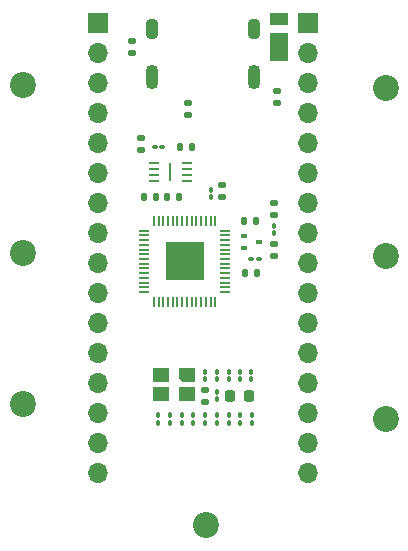
<source format=gbr>
%TF.GenerationSoftware,KiCad,Pcbnew,9.0.0*%
%TF.CreationDate,2025-05-15T12:24:39+09:00*%
%TF.ProjectId,Raspberry Pi Pico(Designed By TORICA),52617370-6265-4727-9279-205069205069,rev?*%
%TF.SameCoordinates,Original*%
%TF.FileFunction,Soldermask,Top*%
%TF.FilePolarity,Negative*%
%FSLAX46Y46*%
G04 Gerber Fmt 4.6, Leading zero omitted, Abs format (unit mm)*
G04 Created by KiCad (PCBNEW 9.0.0) date 2025-05-15 12:24:39*
%MOMM*%
%LPD*%
G01*
G04 APERTURE LIST*
G04 Aperture macros list*
%AMRoundRect*
0 Rectangle with rounded corners*
0 $1 Rounding radius*
0 $2 $3 $4 $5 $6 $7 $8 $9 X,Y pos of 4 corners*
0 Add a 4 corners polygon primitive as box body*
4,1,4,$2,$3,$4,$5,$6,$7,$8,$9,$2,$3,0*
0 Add four circle primitives for the rounded corners*
1,1,$1+$1,$2,$3*
1,1,$1+$1,$4,$5*
1,1,$1+$1,$6,$7*
1,1,$1+$1,$8,$9*
0 Add four rect primitives between the rounded corners*
20,1,$1+$1,$2,$3,$4,$5,0*
20,1,$1+$1,$4,$5,$6,$7,0*
20,1,$1+$1,$6,$7,$8,$9,0*
20,1,$1+$1,$8,$9,$2,$3,0*%
%AMOutline5P*
0 Free polygon, 5 corners , with rotation*
0 The origin of the aperture is its center*
0 number of corners: always 5*
0 $1 to $10 corner X, Y*
0 $11 Rotation angle, in degrees counterclockwise*
0 create outline with 5 corners*
4,1,5,$1,$2,$3,$4,$5,$6,$7,$8,$9,$10,$1,$2,$11*%
%AMOutline6P*
0 Free polygon, 6 corners , with rotation*
0 The origin of the aperture is its center*
0 number of corners: always 6*
0 $1 to $12 corner X, Y*
0 $13 Rotation angle, in degrees counterclockwise*
0 create outline with 6 corners*
4,1,6,$1,$2,$3,$4,$5,$6,$7,$8,$9,$10,$11,$12,$1,$2,$13*%
%AMOutline7P*
0 Free polygon, 7 corners , with rotation*
0 The origin of the aperture is its center*
0 number of corners: always 7*
0 $1 to $14 corner X, Y*
0 $15 Rotation angle, in degrees counterclockwise*
0 create outline with 7 corners*
4,1,7,$1,$2,$3,$4,$5,$6,$7,$8,$9,$10,$11,$12,$13,$14,$1,$2,$15*%
%AMOutline8P*
0 Free polygon, 8 corners , with rotation*
0 The origin of the aperture is its center*
0 number of corners: always 8*
0 $1 to $16 corner X, Y*
0 $17 Rotation angle, in degrees counterclockwise*
0 create outline with 8 corners*
4,1,8,$1,$2,$3,$4,$5,$6,$7,$8,$9,$10,$11,$12,$13,$14,$15,$16,$1,$2,$17*%
G04 Aperture macros list end*
%ADD10R,1.500000X2.400000*%
%ADD11R,1.500000X1.050000*%
%ADD12Outline5P,-0.700000X0.575000X0.412500X0.575000X0.700000X0.287500X0.700000X-0.575000X-0.700000X-0.575000X180.000000*%
%ADD13R,1.400000X1.150000*%
%ADD14RoundRect,0.100000X0.100000X-0.130000X0.100000X0.130000X-0.100000X0.130000X-0.100000X-0.130000X0*%
%ADD15C,2.200000*%
%ADD16RoundRect,0.100000X-0.100000X0.130000X-0.100000X-0.130000X0.100000X-0.130000X0.100000X0.130000X0*%
%ADD17RoundRect,0.135000X0.185000X-0.135000X0.185000X0.135000X-0.185000X0.135000X-0.185000X-0.135000X0*%
%ADD18RoundRect,0.135000X-0.185000X0.135000X-0.185000X-0.135000X0.185000X-0.135000X0.185000X0.135000X0*%
%ADD19RoundRect,0.135000X-0.135000X-0.185000X0.135000X-0.185000X0.135000X0.185000X-0.135000X0.185000X0*%
%ADD20R,1.700000X1.700000*%
%ADD21O,1.700000X1.700000*%
%ADD22R,0.510000X0.400000*%
%ADD23RoundRect,0.100000X0.130000X0.100000X-0.130000X0.100000X-0.130000X-0.100000X0.130000X-0.100000X0*%
%ADD24RoundRect,0.050000X-0.387500X-0.050000X0.387500X-0.050000X0.387500X0.050000X-0.387500X0.050000X0*%
%ADD25RoundRect,0.050000X-0.050000X-0.387500X0.050000X-0.387500X0.050000X0.387500X-0.050000X0.387500X0*%
%ADD26R,3.200000X3.200000*%
%ADD27RoundRect,0.062500X-0.387500X-0.062500X0.387500X-0.062500X0.387500X0.062500X-0.387500X0.062500X0*%
%ADD28R,0.200000X1.600000*%
%ADD29RoundRect,0.140000X-0.140000X-0.170000X0.140000X-0.170000X0.140000X0.170000X-0.140000X0.170000X0*%
%ADD30RoundRect,0.225000X0.225000X0.250000X-0.225000X0.250000X-0.225000X-0.250000X0.225000X-0.250000X0*%
%ADD31O,1.100000X1.800000*%
%ADD32O,1.100000X2.100000*%
G04 APERTURE END LIST*
D10*
%TO.C,D2*%
X156420000Y-82550000D03*
D11*
X156420000Y-80175000D03*
%TD*%
D12*
%TO.C,Y1*%
X148650000Y-110300000D03*
D13*
X146450000Y-110300000D03*
X146450000Y-111900000D03*
X148650000Y-111900000D03*
%TD*%
D14*
%TO.C,C6*%
X150200000Y-114350000D03*
X150200000Y-113710000D03*
%TD*%
D15*
%TO.C,REF\u002A\u002A*%
X165500000Y-86000000D03*
%TD*%
D14*
%TO.C,C5*%
X154087500Y-110690000D03*
X154087500Y-110050000D03*
%TD*%
D16*
%TO.C,C13*%
X147225313Y-113710000D03*
X147225313Y-114350000D03*
%TD*%
%TO.C,R8*%
X150200000Y-110050000D03*
X150200000Y-110690000D03*
%TD*%
D17*
%TO.C,R13*%
X144000000Y-83010000D03*
X144000000Y-81990000D03*
%TD*%
D14*
%TO.C,C10*%
X153174688Y-114350000D03*
X153174688Y-113710000D03*
%TD*%
D18*
%TO.C,R2*%
X156000000Y-99240000D03*
X156000000Y-100260000D03*
%TD*%
D15*
%TO.C,REF\u002A\u002A*%
X165500000Y-114000000D03*
%TD*%
D19*
%TO.C,R3*%
X148090000Y-91000000D03*
X149110000Y-91000000D03*
%TD*%
%TO.C,R6*%
X146990000Y-95250000D03*
X148010000Y-95250000D03*
%TD*%
D20*
%TO.C,J2*%
X141110000Y-80500000D03*
D21*
X141110000Y-83040000D03*
X141110000Y-85580000D03*
X141110000Y-88120000D03*
X141110000Y-90660000D03*
X141110000Y-93200000D03*
X141110000Y-95740000D03*
X141110000Y-98280000D03*
X141110000Y-100820000D03*
X141110000Y-103360000D03*
X141110000Y-105900000D03*
X141110000Y-108440000D03*
X141110000Y-110980000D03*
X141110000Y-113520000D03*
X141110000Y-116060000D03*
X141110000Y-118600000D03*
%TD*%
D18*
%TO.C,R4*%
X151600000Y-94240000D03*
X151600000Y-95260000D03*
%TD*%
D15*
%TO.C,REF\u002A\u002A*%
X165500000Y-100250000D03*
%TD*%
D14*
%TO.C,C1*%
X148216875Y-114350000D03*
X148216875Y-113710000D03*
%TD*%
D16*
%TO.C,C16*%
X154166250Y-113710000D03*
X154166250Y-114350000D03*
%TD*%
D14*
%TO.C,C2*%
X156000000Y-98320000D03*
X156000000Y-97680000D03*
%TD*%
D19*
%TO.C,R10*%
X153590000Y-101650000D03*
X154610000Y-101650000D03*
%TD*%
D22*
%TO.C,Q1*%
X153460000Y-98550000D03*
X153460000Y-99550000D03*
X154750000Y-99050000D03*
%TD*%
D23*
%TO.C,R11*%
X146570000Y-91000000D03*
X145930000Y-91000000D03*
%TD*%
D14*
%TO.C,C4*%
X152183125Y-114350000D03*
X152183125Y-113710000D03*
%TD*%
D24*
%TO.C,U1*%
X145012500Y-98087500D03*
X145012500Y-98487500D03*
X145012500Y-98887500D03*
X145012500Y-99287500D03*
X145012500Y-99687500D03*
X145012500Y-100087500D03*
X145012500Y-100487500D03*
X145012500Y-100887500D03*
X145012500Y-101287500D03*
X145012500Y-101687500D03*
X145012500Y-102087500D03*
X145012500Y-102487500D03*
X145012500Y-102887500D03*
X145012500Y-103287500D03*
D25*
X145850000Y-104125000D03*
X146250000Y-104125000D03*
X146650000Y-104125000D03*
X147050000Y-104125000D03*
X147450000Y-104125000D03*
X147850000Y-104125000D03*
X148250000Y-104125000D03*
X148650000Y-104125000D03*
X149050000Y-104125000D03*
X149450000Y-104125000D03*
X149850000Y-104125000D03*
X150250000Y-104125000D03*
X150650000Y-104125000D03*
X151050000Y-104125000D03*
D24*
X151887500Y-103287500D03*
X151887500Y-102887500D03*
X151887500Y-102487500D03*
X151887500Y-102087500D03*
X151887500Y-101687500D03*
X151887500Y-101287500D03*
X151887500Y-100887500D03*
X151887500Y-100487500D03*
X151887500Y-100087500D03*
X151887500Y-99687500D03*
X151887500Y-99287500D03*
X151887500Y-98887500D03*
X151887500Y-98487500D03*
X151887500Y-98087500D03*
D25*
X151050000Y-97250000D03*
X150650000Y-97250000D03*
X150250000Y-97250000D03*
X149850000Y-97250000D03*
X149450000Y-97250000D03*
X149050000Y-97250000D03*
X148650000Y-97250000D03*
X148250000Y-97250000D03*
X147850000Y-97250000D03*
X147450000Y-97250000D03*
X147050000Y-97250000D03*
X146650000Y-97250000D03*
X146250000Y-97250000D03*
X145850000Y-97250000D03*
D26*
X148450000Y-100687500D03*
%TD*%
D14*
%TO.C,C14*%
X151200000Y-110690000D03*
X151200000Y-110050000D03*
%TD*%
%TO.C,C3*%
X146233750Y-114350000D03*
X146233750Y-113710000D03*
%TD*%
D18*
%TO.C,R1*%
X156000000Y-95740000D03*
X156000000Y-96760000D03*
%TD*%
D16*
%TO.C,C12*%
X150700000Y-94630000D03*
X150700000Y-95270000D03*
%TD*%
D20*
%TO.C,J4*%
X158890000Y-80500000D03*
D21*
X158890000Y-83040000D03*
X158890000Y-85580000D03*
X158890000Y-88120000D03*
X158890000Y-90660000D03*
X158890000Y-93200000D03*
X158890000Y-95740000D03*
X158890000Y-98280000D03*
X158890000Y-100820000D03*
X158890000Y-103360000D03*
X158890000Y-105900000D03*
X158890000Y-108440000D03*
X158890000Y-110980000D03*
X158890000Y-113520000D03*
X158890000Y-116060000D03*
X158890000Y-118600000D03*
%TD*%
D15*
%TO.C,REF\u002A\u002A*%
X134750000Y-100000000D03*
%TD*%
D14*
%TO.C,C11*%
X151191563Y-114350000D03*
X151191563Y-113710000D03*
%TD*%
D18*
%TO.C,R9*%
X144750000Y-90240000D03*
X144750000Y-91260000D03*
%TD*%
D16*
%TO.C,C15*%
X151200000Y-111740000D03*
X151200000Y-112380000D03*
%TD*%
D15*
%TO.C,REF\u002A\u002A*%
X150250000Y-123000000D03*
%TD*%
D18*
%TO.C,R12*%
X148750000Y-87240000D03*
X148750000Y-88260000D03*
%TD*%
D27*
%TO.C,U2*%
X145825000Y-92350000D03*
X145825000Y-92850000D03*
X145825000Y-93350000D03*
X145825000Y-93850000D03*
X148675000Y-93850000D03*
X148675000Y-93350000D03*
X148675000Y-92850000D03*
X148675000Y-92350000D03*
D28*
X147250000Y-93100000D03*
%TD*%
D14*
%TO.C,C9*%
X152237500Y-110690000D03*
X152237500Y-110050000D03*
%TD*%
D15*
%TO.C,REF\u002A\u002A*%
X134750000Y-85750000D03*
%TD*%
D29*
%TO.C,C17*%
X153520000Y-97250000D03*
X154480000Y-97250000D03*
%TD*%
D23*
%TO.C,R14*%
X154720000Y-100500000D03*
X154080000Y-100500000D03*
%TD*%
D17*
%TO.C,R15*%
X156250000Y-87260000D03*
X156250000Y-86240000D03*
%TD*%
D19*
%TO.C,R5*%
X144990000Y-95250000D03*
X146010000Y-95250000D03*
%TD*%
D15*
%TO.C,REF\u002A\u002A*%
X134750000Y-112750000D03*
%TD*%
D30*
%TO.C,C18*%
X153875000Y-112050000D03*
X152325000Y-112050000D03*
%TD*%
D14*
%TO.C,C7*%
X153162500Y-110690000D03*
X153162500Y-110050000D03*
%TD*%
%TO.C,C8*%
X149208438Y-114350000D03*
X149208438Y-113710000D03*
%TD*%
D17*
%TO.C,R7*%
X150200000Y-112570000D03*
X150200000Y-111550000D03*
%TD*%
D31*
%TO.C,J1*%
X145680000Y-81000000D03*
D32*
X145680000Y-85090000D03*
D31*
X154320000Y-81000000D03*
D32*
X154320000Y-85090000D03*
%TD*%
M02*

</source>
